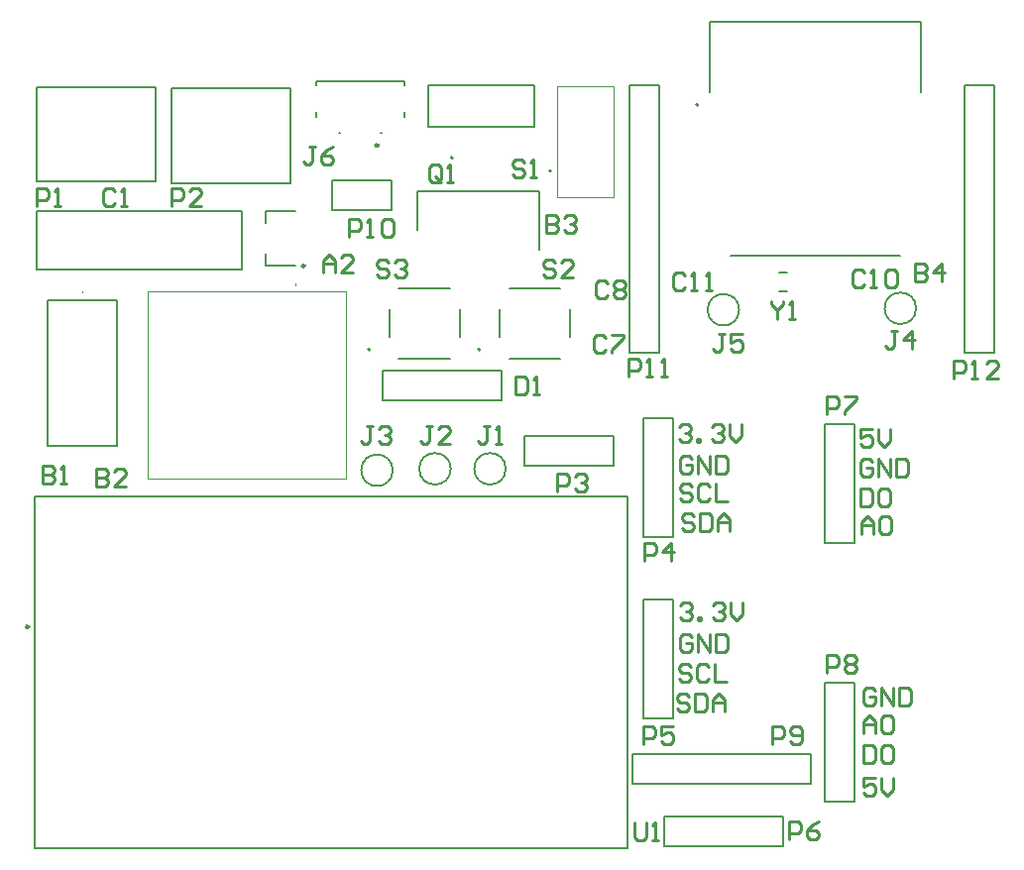
<source format=gto>
G04*
G04 #@! TF.GenerationSoftware,Altium Limited,Altium Designer,20.0.2 (26)*
G04*
G04 Layer_Color=65535*
%FSLAX25Y25*%
%MOIN*%
G70*
G01*
G75*
%ADD10C,0.00984*%
%ADD11C,0.01181*%
%ADD12C,0.00591*%
%ADD13C,0.00787*%
%ADD14C,0.00394*%
%ADD15C,0.00500*%
%ADD16C,0.01000*%
D10*
X192283Y438248D02*
G03*
X192283Y438248I-492J0D01*
G01*
X99421Y316854D02*
G03*
X99421Y316854I-492J0D01*
G01*
D11*
X216866Y478850D02*
G03*
X216866Y478850I-394J0D01*
G01*
D12*
X338295Y423500D02*
G03*
X338295Y423500I-5295J0D01*
G01*
X397795Y424000D02*
G03*
X397795Y424000I-5295J0D01*
G01*
X259795Y370000D02*
G03*
X259795Y370000I-5295J0D01*
G01*
X241295D02*
G03*
X241295Y370000I-5295J0D01*
G01*
X221795Y369500D02*
G03*
X221795Y369500I-5295J0D01*
G01*
D13*
X242051Y474677D02*
G03*
X241264Y474677I-394J0D01*
G01*
D02*
G03*
X242051Y474677I394J0D01*
G01*
X274689Y469764D02*
G03*
X274689Y470551I0J394D01*
G01*
D02*
G03*
X274689Y469764I0J-394D01*
G01*
X323732Y492410D02*
G03*
X324520Y492410I394J0D01*
G01*
D02*
G03*
X323732Y492410I-394J0D01*
G01*
D02*
G03*
X324520Y492410I394J0D01*
G01*
X214193Y410142D02*
G03*
X214193Y410142I-394J0D01*
G01*
X251193D02*
G03*
X251193Y410142I-394J0D01*
G01*
X189284Y432138D02*
G03*
X189284Y431744I0J-197D01*
G01*
D02*
G03*
X189284Y432138I0J197D01*
G01*
D02*
G03*
X189284Y431744I0J-197D01*
G01*
X301500Y499000D02*
X311500D01*
Y409000D02*
Y499000D01*
X301500Y409000D02*
X311500D01*
X301500D02*
Y499000D01*
X306000Y286000D02*
X316000D01*
X306000D02*
Y326000D01*
X316000Y286000D02*
Y326000D01*
X306000D02*
X316000D01*
X414000Y409000D02*
X424000D01*
X414000D02*
Y499000D01*
X424000D01*
Y409000D02*
Y499000D01*
X178996Y438445D02*
X189232D01*
X178996D02*
Y442382D01*
Y456555D02*
X189232D01*
X178996Y452618D02*
Y456555D01*
X306000Y387000D02*
X316000D01*
Y347000D02*
Y387000D01*
X306000Y347000D02*
Y387000D01*
Y347000D02*
X316000D01*
X271012Y443669D02*
Y463276D01*
X229988D02*
X271012D01*
X229988Y450500D02*
Y463276D01*
X201500Y457000D02*
Y467000D01*
X221500D01*
Y457000D02*
Y467000D01*
X201500Y457000D02*
X221500D01*
X233587Y485012D02*
Y498988D01*
Y485012D02*
X269413D01*
Y498988D01*
X233587D02*
X269413D01*
X335347Y441622D02*
X392433D01*
X335347D02*
X392433D01*
X328457Y520362D02*
X399323D01*
X328457D02*
X399323D01*
Y496740D02*
Y520362D01*
Y496740D02*
Y520362D01*
X328457Y496740D02*
Y520362D01*
Y496740D02*
Y520362D01*
X351720Y429850D02*
X354279D01*
X351720Y436150D02*
X354279D01*
X218500Y393000D02*
Y403000D01*
X258500D01*
X218500Y393000D02*
X258500D01*
Y403000D01*
X302500Y264000D02*
Y274000D01*
X362500Y264000D02*
Y274000D01*
X302500Y264000D02*
X362500D01*
X302500Y274000D02*
X362500D01*
X313000Y243000D02*
Y253000D01*
X353000D01*
X313000Y243000D02*
X353000D01*
Y253000D01*
X266000Y381000D02*
X296000D01*
X266000Y371000D02*
Y381000D01*
Y371000D02*
X296000D01*
Y381000D01*
X101291Y242398D02*
Y360602D01*
Y242398D02*
X300709D01*
Y360602D01*
X101291D02*
X300709D01*
X105886Y426842D02*
X129114D01*
X105886Y377630D02*
Y426842D01*
Y377630D02*
X129114D01*
Y426842D01*
X102000Y466556D02*
X142000D01*
X102000Y498445D02*
X142000D01*
Y466556D02*
Y498445D01*
X102000Y466556D02*
Y498445D01*
X147500Y466056D02*
X187500D01*
X147500Y497945D02*
X187500D01*
Y466056D02*
Y497945D01*
X147500Y466056D02*
Y497945D01*
X367000Y385000D02*
X377000D01*
Y345000D02*
Y385000D01*
X367000Y345000D02*
Y385000D01*
Y345000D02*
X377000D01*
X367000Y258000D02*
X377000D01*
X367000D02*
Y298000D01*
X377000Y258000D02*
Y298000D01*
X367000D02*
X377000D01*
D14*
X117500Y429205D02*
G03*
X117500Y429598I0J197D01*
G01*
D02*
G03*
X117500Y429205I0J-197D01*
G01*
X276992Y498760D02*
X296008D01*
Y461240D02*
Y498760D01*
X276992Y461240D02*
X296008D01*
X276992D02*
Y498760D01*
X139284Y366783D02*
Y429776D01*
Y366783D02*
X206213D01*
Y429776D01*
X139284D02*
X206213D01*
D15*
X225724Y488496D02*
Y489874D01*
X196197Y488496D02*
Y489874D01*
X225724Y499126D02*
Y500209D01*
X196197D02*
X225724D01*
X196197Y499126D02*
Y500209D01*
X217732Y483083D02*
X218165D01*
X203756D02*
X204189D01*
X244311Y414345D02*
Y423656D01*
X220689Y414345D02*
Y423656D01*
X223907Y430811D02*
X241092D01*
X223907Y407189D02*
X241092D01*
X281311Y414345D02*
Y423656D01*
X257689Y414345D02*
Y423656D01*
X260908Y430811D02*
X278093D01*
X260908Y407189D02*
X278093D01*
X102079Y437157D02*
Y456843D01*
X170976Y437157D02*
Y456843D01*
X102079Y437157D02*
X170976D01*
X102079Y456843D02*
X170976D01*
D16*
X318500Y323998D02*
X319500Y324998D01*
X321499D01*
X322499Y323998D01*
Y322999D01*
X321499Y321999D01*
X320499D01*
X321499D01*
X322499Y320999D01*
Y320000D01*
X321499Y319000D01*
X319500D01*
X318500Y320000D01*
X324498Y319000D02*
Y320000D01*
X325498D01*
Y319000D01*
X324498D01*
X329496Y323998D02*
X330496Y324998D01*
X332495D01*
X333495Y323998D01*
Y322999D01*
X332495Y321999D01*
X331496D01*
X332495D01*
X333495Y320999D01*
Y320000D01*
X332495Y319000D01*
X330496D01*
X329496Y320000D01*
X335494Y324998D02*
Y320999D01*
X337494Y319000D01*
X339493Y320999D01*
Y324998D01*
X322499Y313498D02*
X321499Y314498D01*
X319500D01*
X318500Y313498D01*
Y309500D01*
X319500Y308500D01*
X321499D01*
X322499Y309500D01*
Y311499D01*
X320499D01*
X324498Y308500D02*
Y314498D01*
X328497Y308500D01*
Y314498D01*
X330496D02*
Y308500D01*
X333495D01*
X334495Y309500D01*
Y313498D01*
X333495Y314498D01*
X330496D01*
X321999Y303498D02*
X320999Y304498D01*
X319000D01*
X318000Y303498D01*
Y302499D01*
X319000Y301499D01*
X320999D01*
X321999Y300499D01*
Y299500D01*
X320999Y298500D01*
X319000D01*
X318000Y299500D01*
X327997Y303498D02*
X326997Y304498D01*
X324998D01*
X323998Y303498D01*
Y299500D01*
X324998Y298500D01*
X326997D01*
X327997Y299500D01*
X329996Y304498D02*
Y298500D01*
X333995D01*
X321499Y293498D02*
X320499Y294498D01*
X318500D01*
X317500Y293498D01*
Y292499D01*
X318500Y291499D01*
X320499D01*
X321499Y290499D01*
Y289500D01*
X320499Y288500D01*
X318500D01*
X317500Y289500D01*
X323498Y294498D02*
Y288500D01*
X326497D01*
X327497Y289500D01*
Y293498D01*
X326497Y294498D01*
X323498D01*
X329496Y288500D02*
Y292499D01*
X331495Y294498D01*
X333495Y292499D01*
Y288500D01*
Y291499D01*
X329496D01*
X318000Y383998D02*
X319000Y384998D01*
X320999D01*
X321999Y383998D01*
Y382999D01*
X320999Y381999D01*
X319999D01*
X320999D01*
X321999Y380999D01*
Y380000D01*
X320999Y379000D01*
X319000D01*
X318000Y380000D01*
X323998Y379000D02*
Y380000D01*
X324998D01*
Y379000D01*
X323998D01*
X328996Y383998D02*
X329996Y384998D01*
X331996D01*
X332995Y383998D01*
Y382999D01*
X331996Y381999D01*
X330996D01*
X331996D01*
X332995Y380999D01*
Y380000D01*
X331996Y379000D01*
X329996D01*
X328996Y380000D01*
X334995Y384998D02*
Y380999D01*
X336994Y379000D01*
X338993Y380999D01*
Y384998D01*
X322499Y373498D02*
X321499Y374498D01*
X319500D01*
X318500Y373498D01*
Y369500D01*
X319500Y368500D01*
X321499D01*
X322499Y369500D01*
Y371499D01*
X320499D01*
X324498Y368500D02*
Y374498D01*
X328497Y368500D01*
Y374498D01*
X330496D02*
Y368500D01*
X333495D01*
X334495Y369500D01*
Y373498D01*
X333495Y374498D01*
X330496D01*
X322499Y363998D02*
X321499Y364998D01*
X319500D01*
X318500Y363998D01*
Y362999D01*
X319500Y361999D01*
X321499D01*
X322499Y360999D01*
Y360000D01*
X321499Y359000D01*
X319500D01*
X318500Y360000D01*
X328497Y363998D02*
X327497Y364998D01*
X325498D01*
X324498Y363998D01*
Y360000D01*
X325498Y359000D01*
X327497D01*
X328497Y360000D01*
X330496Y364998D02*
Y359000D01*
X334495D01*
X322999Y353998D02*
X321999Y354998D01*
X320000D01*
X319000Y353998D01*
Y352999D01*
X320000Y351999D01*
X321999D01*
X322999Y350999D01*
Y350000D01*
X321999Y349000D01*
X320000D01*
X319000Y350000D01*
X324998Y354998D02*
Y349000D01*
X327997D01*
X328997Y350000D01*
Y353998D01*
X327997Y354998D01*
X324998D01*
X330996Y349000D02*
Y352999D01*
X332996Y354998D01*
X334995Y352999D01*
Y349000D01*
Y351999D01*
X330996D01*
X382999Y383498D02*
X379000D01*
Y380499D01*
X380999Y381499D01*
X381999D01*
X382999Y380499D01*
Y378500D01*
X381999Y377500D01*
X380000D01*
X379000Y378500D01*
X384998Y383498D02*
Y379499D01*
X386997Y377500D01*
X388997Y379499D01*
Y383498D01*
X382999Y372498D02*
X381999Y373498D01*
X380000D01*
X379000Y372498D01*
Y368500D01*
X380000Y367500D01*
X381999D01*
X382999Y368500D01*
Y370499D01*
X380999D01*
X384998Y367500D02*
Y373498D01*
X388997Y367500D01*
Y373498D01*
X390996D02*
Y367500D01*
X393995D01*
X394995Y368500D01*
Y372498D01*
X393995Y373498D01*
X390996D01*
X379000Y363498D02*
Y357500D01*
X381999D01*
X382999Y358500D01*
Y362498D01*
X381999Y363498D01*
X379000D01*
X387997D02*
X385998D01*
X384998Y362498D01*
Y358500D01*
X385998Y357500D01*
X387997D01*
X388997Y358500D01*
Y362498D01*
X387997Y363498D01*
X379500Y348000D02*
Y351999D01*
X381499Y353998D01*
X383499Y351999D01*
Y348000D01*
Y350999D01*
X379500D01*
X388497Y353998D02*
X386498D01*
X385498Y352998D01*
Y349000D01*
X386498Y348000D01*
X388497D01*
X389497Y349000D01*
Y352998D01*
X388497Y353998D01*
X383999Y265998D02*
X380000D01*
Y262999D01*
X381999Y263999D01*
X382999D01*
X383999Y262999D01*
Y261000D01*
X382999Y260000D01*
X381000D01*
X380000Y261000D01*
X385998Y265998D02*
Y261999D01*
X387997Y260000D01*
X389997Y261999D01*
Y265998D01*
X380000Y276998D02*
Y271000D01*
X382999D01*
X383999Y272000D01*
Y275998D01*
X382999Y276998D01*
X380000D01*
X388997D02*
X386998D01*
X385998Y275998D01*
Y272000D01*
X386998Y271000D01*
X388997D01*
X389997Y272000D01*
Y275998D01*
X388997Y276998D01*
X380000Y281000D02*
Y284999D01*
X381999Y286998D01*
X383999Y284999D01*
Y281000D01*
Y283999D01*
X380000D01*
X388997Y286998D02*
X386998D01*
X385998Y285998D01*
Y282000D01*
X386998Y281000D01*
X388997D01*
X389997Y282000D01*
Y285998D01*
X388997Y286998D01*
X383999Y295498D02*
X382999Y296498D01*
X381000D01*
X380000Y295498D01*
Y291500D01*
X381000Y290500D01*
X382999D01*
X383999Y291500D01*
Y293499D01*
X381999D01*
X385998Y290500D02*
Y296498D01*
X389997Y290500D01*
Y296498D01*
X391996D02*
Y290500D01*
X394995D01*
X395995Y291500D01*
Y295498D01*
X394995Y296498D01*
X391996D01*
X349000Y426498D02*
Y425498D01*
X350999Y423499D01*
X352999Y425498D01*
Y426498D01*
X350999Y423499D02*
Y420500D01*
X354998D02*
X356997D01*
X355998D01*
Y426498D01*
X354998Y425498D01*
X303000Y250998D02*
Y246000D01*
X304000Y245000D01*
X305999D01*
X306999Y246000D01*
Y250998D01*
X308998Y245000D02*
X310997D01*
X309998D01*
Y250998D01*
X308998Y249998D01*
X263000Y400998D02*
Y395000D01*
X265999D01*
X266999Y396000D01*
Y399998D01*
X265999Y400998D01*
X263000D01*
X268998Y395000D02*
X270997D01*
X269998D01*
Y400998D01*
X268998Y399998D01*
X220499Y439498D02*
X219499Y440498D01*
X217500D01*
X216500Y439498D01*
Y438499D01*
X217500Y437499D01*
X219499D01*
X220499Y436499D01*
Y435500D01*
X219499Y434500D01*
X217500D01*
X216500Y435500D01*
X222498Y439498D02*
X223498Y440498D01*
X225497D01*
X226497Y439498D01*
Y438499D01*
X225497Y437499D01*
X224497D01*
X225497D01*
X226497Y436499D01*
Y435500D01*
X225497Y434500D01*
X223498D01*
X222498Y435500D01*
X276499Y439498D02*
X275499Y440498D01*
X273500D01*
X272500Y439498D01*
Y438499D01*
X273500Y437499D01*
X275499D01*
X276499Y436499D01*
Y435500D01*
X275499Y434500D01*
X273500D01*
X272500Y435500D01*
X282497Y434500D02*
X278498D01*
X282497Y438499D01*
Y439498D01*
X281497Y440498D01*
X279498D01*
X278498Y439498D01*
X265999Y472998D02*
X264999Y473998D01*
X263000D01*
X262000Y472998D01*
Y471999D01*
X263000Y470999D01*
X264999D01*
X265999Y469999D01*
Y469000D01*
X264999Y468000D01*
X263000D01*
X262000Y469000D01*
X267998Y468000D02*
X269997D01*
X268998D01*
Y473998D01*
X267998Y472998D01*
X237999Y467500D02*
Y471498D01*
X236999Y472498D01*
X235000D01*
X234000Y471498D01*
Y467500D01*
X235000Y466500D01*
X236999D01*
X235999Y468499D02*
X237999Y466500D01*
X236999D02*
X237999Y467500D01*
X239998Y466500D02*
X241997D01*
X240998D01*
Y472498D01*
X239998Y471498D01*
X410500Y400500D02*
Y406498D01*
X413499D01*
X414499Y405498D01*
Y403499D01*
X413499Y402499D01*
X410500D01*
X416498Y400500D02*
X418497D01*
X417498D01*
Y406498D01*
X416498Y405498D01*
X425495Y400500D02*
X421496D01*
X425495Y404499D01*
Y405498D01*
X424496Y406498D01*
X422496D01*
X421496Y405498D01*
X301000Y401000D02*
Y406998D01*
X303999D01*
X304999Y405998D01*
Y403999D01*
X303999Y402999D01*
X301000D01*
X306998Y401000D02*
X308997D01*
X307998D01*
Y406998D01*
X306998Y405998D01*
X311996Y401000D02*
X313996D01*
X312996D01*
Y406998D01*
X311996Y405998D01*
X207000Y448000D02*
Y453998D01*
X209999D01*
X210999Y452998D01*
Y450999D01*
X209999Y449999D01*
X207000D01*
X212998Y448000D02*
X214997D01*
X213998D01*
Y453998D01*
X212998Y452998D01*
X217996D02*
X218996Y453998D01*
X220995D01*
X221995Y452998D01*
Y449000D01*
X220995Y448000D01*
X218996D01*
X217996Y449000D01*
Y452998D01*
X349500Y277500D02*
Y283498D01*
X352499D01*
X353499Y282498D01*
Y280499D01*
X352499Y279499D01*
X349500D01*
X355498Y278500D02*
X356498Y277500D01*
X358497D01*
X359497Y278500D01*
Y282498D01*
X358497Y283498D01*
X356498D01*
X355498Y282498D01*
Y281499D01*
X356498Y280499D01*
X359497D01*
X367650Y301350D02*
Y307348D01*
X370649D01*
X371649Y306348D01*
Y304349D01*
X370649Y303349D01*
X367650D01*
X373648Y306348D02*
X374648Y307348D01*
X376647D01*
X377647Y306348D01*
Y305349D01*
X376647Y304349D01*
X377647Y303349D01*
Y302350D01*
X376647Y301350D01*
X374648D01*
X373648Y302350D01*
Y303349D01*
X374648Y304349D01*
X373648Y305349D01*
Y306348D01*
X374648Y304349D02*
X376647D01*
X367600Y388400D02*
Y394398D01*
X370599D01*
X371599Y393398D01*
Y391399D01*
X370599Y390399D01*
X367600D01*
X373598Y394398D02*
X377597D01*
Y393398D01*
X373598Y389400D01*
Y388400D01*
X355000Y245500D02*
Y251498D01*
X357999D01*
X358999Y250498D01*
Y248499D01*
X357999Y247499D01*
X355000D01*
X364997Y251498D02*
X362997Y250498D01*
X360998Y248499D01*
Y246500D01*
X361998Y245500D01*
X363997D01*
X364997Y246500D01*
Y247499D01*
X363997Y248499D01*
X360998D01*
X306000Y277500D02*
Y283498D01*
X308999D01*
X309999Y282498D01*
Y280499D01*
X308999Y279499D01*
X306000D01*
X315997Y283498D02*
X311998D01*
Y280499D01*
X313997Y281499D01*
X314997D01*
X315997Y280499D01*
Y278500D01*
X314997Y277500D01*
X312998D01*
X311998Y278500D01*
X306500Y339000D02*
Y344998D01*
X309499D01*
X310499Y343998D01*
Y341999D01*
X309499Y340999D01*
X306500D01*
X315497Y339000D02*
Y344998D01*
X312498Y341999D01*
X316497D01*
X277000Y362500D02*
Y368498D01*
X279999D01*
X280999Y367498D01*
Y365499D01*
X279999Y364499D01*
X277000D01*
X282998Y367498D02*
X283998Y368498D01*
X285997D01*
X286997Y367498D01*
Y366499D01*
X285997Y365499D01*
X284997D01*
X285997D01*
X286997Y364499D01*
Y363500D01*
X285997Y362500D01*
X283998D01*
X282998Y363500D01*
X147500Y458500D02*
Y464498D01*
X150499D01*
X151499Y463498D01*
Y461499D01*
X150499Y460499D01*
X147500D01*
X157497Y458500D02*
X153498D01*
X157497Y462499D01*
Y463498D01*
X156497Y464498D01*
X154498D01*
X153498Y463498D01*
X102000Y458500D02*
Y464498D01*
X104999D01*
X105999Y463498D01*
Y461499D01*
X104999Y460499D01*
X102000D01*
X107998Y458500D02*
X109997D01*
X108998D01*
Y464498D01*
X107998Y463498D01*
X195735Y478498D02*
X193736D01*
X194735D01*
Y473500D01*
X193736Y472500D01*
X192736D01*
X191736Y473500D01*
X201733Y478498D02*
X199734Y477498D01*
X197734Y475499D01*
Y473500D01*
X198734Y472500D01*
X200733D01*
X201733Y473500D01*
Y474499D01*
X200733Y475499D01*
X197734D01*
X333499Y415498D02*
X331499D01*
X332499D01*
Y410500D01*
X331499Y409500D01*
X330500D01*
X329500Y410500D01*
X339497Y415498D02*
X335498D01*
Y412499D01*
X337497Y413499D01*
X338497D01*
X339497Y412499D01*
Y410500D01*
X338497Y409500D01*
X336498D01*
X335498Y410500D01*
X391499Y416498D02*
X389499D01*
X390499D01*
Y411500D01*
X389499Y410500D01*
X388500D01*
X387500Y411500D01*
X396497Y410500D02*
Y416498D01*
X393498Y413499D01*
X397497D01*
X214999Y384498D02*
X212999D01*
X213999D01*
Y379500D01*
X212999Y378500D01*
X212000D01*
X211000Y379500D01*
X216998Y383498D02*
X217998Y384498D01*
X219997D01*
X220997Y383498D01*
Y382499D01*
X219997Y381499D01*
X218997D01*
X219997D01*
X220997Y380499D01*
Y379500D01*
X219997Y378500D01*
X217998D01*
X216998Y379500D01*
X234999Y384498D02*
X232999D01*
X233999D01*
Y379500D01*
X232999Y378500D01*
X232000D01*
X231000Y379500D01*
X240997Y378500D02*
X236998D01*
X240997Y382499D01*
Y383498D01*
X239997Y384498D01*
X237998D01*
X236998Y383498D01*
X254499Y384498D02*
X252499D01*
X253499D01*
Y379500D01*
X252499Y378500D01*
X251500D01*
X250500Y379500D01*
X256498Y378500D02*
X258497D01*
X257498D01*
Y384498D01*
X256498Y383498D01*
X319999Y434998D02*
X318999Y435998D01*
X317000D01*
X316000Y434998D01*
Y431000D01*
X317000Y430000D01*
X318999D01*
X319999Y431000D01*
X321998Y430000D02*
X323997D01*
X322998D01*
Y435998D01*
X321998Y434998D01*
X326996Y430000D02*
X328996D01*
X327996D01*
Y435998D01*
X326996Y434998D01*
X380459Y435998D02*
X379460Y436998D01*
X377460D01*
X376461Y435998D01*
Y432000D01*
X377460Y431000D01*
X379460D01*
X380459Y432000D01*
X382459Y431000D02*
X384458D01*
X383458D01*
Y436998D01*
X382459Y435998D01*
X387457D02*
X388457Y436998D01*
X390456D01*
X391456Y435998D01*
Y432000D01*
X390456Y431000D01*
X388457D01*
X387457Y432000D01*
Y435998D01*
X293999Y432498D02*
X292999Y433498D01*
X291000D01*
X290000Y432498D01*
Y428500D01*
X291000Y427500D01*
X292999D01*
X293999Y428500D01*
X295998Y432498D02*
X296998Y433498D01*
X298997D01*
X299997Y432498D01*
Y431499D01*
X298997Y430499D01*
X299997Y429499D01*
Y428500D01*
X298997Y427500D01*
X296998D01*
X295998Y428500D01*
Y429499D01*
X296998Y430499D01*
X295998Y431499D01*
Y432498D01*
X296998Y430499D02*
X298997D01*
X293499Y413998D02*
X292499Y414998D01*
X290500D01*
X289500Y413998D01*
Y410000D01*
X290500Y409000D01*
X292499D01*
X293499Y410000D01*
X295498Y414998D02*
X299497D01*
Y413998D01*
X295498Y410000D01*
Y409000D01*
X128499Y463498D02*
X127499Y464498D01*
X125500D01*
X124500Y463498D01*
Y459500D01*
X125500Y458500D01*
X127499D01*
X128499Y459500D01*
X130498Y458500D02*
X132497D01*
X131498D01*
Y464498D01*
X130498Y463498D01*
X397500Y438998D02*
Y433000D01*
X400499D01*
X401499Y434000D01*
Y434999D01*
X400499Y435999D01*
X397500D01*
X400499D01*
X401499Y436999D01*
Y437998D01*
X400499Y438998D01*
X397500D01*
X406497Y433000D02*
Y438998D01*
X403498Y435999D01*
X407497D01*
X273500Y455498D02*
Y449500D01*
X276499D01*
X277499Y450500D01*
Y451499D01*
X276499Y452499D01*
X273500D01*
X276499D01*
X277499Y453499D01*
Y454498D01*
X276499Y455498D01*
X273500D01*
X279498Y454498D02*
X280498Y455498D01*
X282497D01*
X283497Y454498D01*
Y453499D01*
X282497Y452499D01*
X281497D01*
X282497D01*
X283497Y451499D01*
Y450500D01*
X282497Y449500D01*
X280498D01*
X279498Y450500D01*
X122000Y369998D02*
Y364000D01*
X124999D01*
X125999Y365000D01*
Y365999D01*
X124999Y366999D01*
X122000D01*
X124999D01*
X125999Y367999D01*
Y368998D01*
X124999Y369998D01*
X122000D01*
X131997Y364000D02*
X127998D01*
X131997Y367999D01*
Y368998D01*
X130997Y369998D01*
X128998D01*
X127998Y368998D01*
X104000Y370998D02*
Y365000D01*
X106999D01*
X107999Y366000D01*
Y366999D01*
X106999Y367999D01*
X104000D01*
X106999D01*
X107999Y368999D01*
Y369998D01*
X106999Y370998D01*
X104000D01*
X109998Y365000D02*
X111997D01*
X110998D01*
Y370998D01*
X109998Y369998D01*
X198500Y436000D02*
Y439999D01*
X200499Y441998D01*
X202499Y439999D01*
Y436000D01*
Y438999D01*
X198500D01*
X208497Y436000D02*
X204498D01*
X208497Y439999D01*
Y440998D01*
X207497Y441998D01*
X205498D01*
X204498Y440998D01*
M02*

</source>
